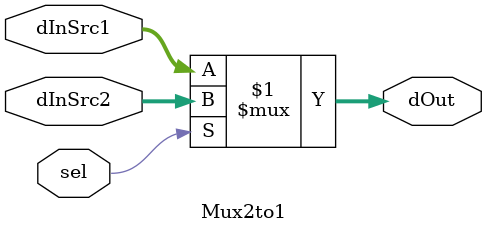
<source format=v>
module Mux2to1(sel, dInSrc1, dInSrc2, dOut);
	parameter BIT_WIDTH = 32;

	input sel;
	input [(BIT_WIDTH - 1) : 0] dInSrc1, dInSrc2;
	output [(BIT_WIDTH - 1) : 0] dOut;

	assign dOut = sel ? dInSrc2 : dInSrc1;
endmodule

</source>
